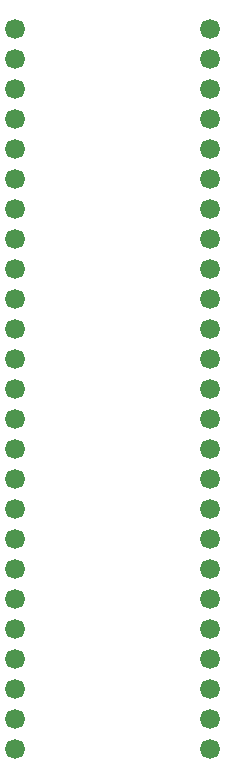
<source format=gbr>
G04 DesignSpark PCB Gerber Version 10.0 Build 5299*
%FSLAX35Y35*%
%MOIN*%
%ADD148C,0.06630*%
X0Y0D02*
D02*
D148*
X10250Y10250D03*
Y20250D03*
Y30250D03*
Y40250D03*
Y50250D03*
Y60250D03*
Y70250D03*
Y80250D03*
Y90250D03*
Y100250D03*
Y110250D03*
Y120250D03*
Y130250D03*
Y140250D03*
Y150250D03*
Y160250D03*
Y170250D03*
Y180250D03*
Y190250D03*
Y200250D03*
Y210250D03*
Y220250D03*
Y230250D03*
Y240250D03*
Y250250D03*
X75250Y10250D03*
Y20250D03*
Y30250D03*
Y40250D03*
Y50250D03*
Y60250D03*
Y70250D03*
Y80250D03*
Y90250D03*
Y100250D03*
Y110250D03*
Y120250D03*
Y130250D03*
Y140250D03*
Y150250D03*
Y160250D03*
Y170250D03*
Y180250D03*
Y190250D03*
Y200250D03*
Y210250D03*
Y220250D03*
Y230250D03*
Y240250D03*
Y250250D03*
X0Y0D02*
M02*

</source>
